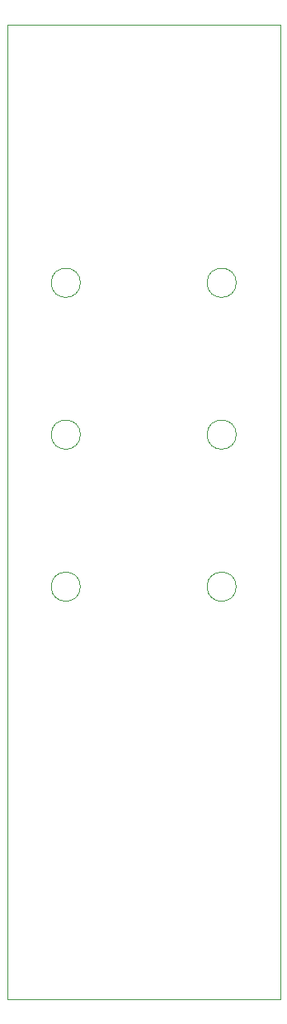
<source format=gm1>
%TF.GenerationSoftware,KiCad,Pcbnew,(6.0.1)*%
%TF.CreationDate,2022-11-02T12:22:22-04:00*%
%TF.ProjectId,ER-MIDI-CV4-02_CTLS,45522d4d-4944-4492-9d43-56342d30325f,1*%
%TF.SameCoordinates,Original*%
%TF.FileFunction,Profile,NP*%
%FSLAX46Y46*%
G04 Gerber Fmt 4.6, Leading zero omitted, Abs format (unit mm)*
G04 Created by KiCad (PCBNEW (6.0.1)) date 2022-11-02 12:22:22*
%MOMM*%
%LPD*%
G01*
G04 APERTURE LIST*
%TA.AperFunction,Profile*%
%ADD10C,0.100000*%
%TD*%
G04 APERTURE END LIST*
D10*
X72500000Y-89680000D02*
G75*
G03*
X72500000Y-89680000I-1500000J0D01*
G01*
X72500000Y-58500000D02*
G75*
G03*
X72500000Y-58500000I-1500000J0D01*
G01*
X65000000Y-32000000D02*
X93000000Y-32000000D01*
X93000000Y-32000000D02*
X93000000Y-132000000D01*
X93000000Y-132000000D02*
X65000000Y-132000000D01*
X65000000Y-132000000D02*
X65000000Y-32000000D01*
X88500000Y-58500000D02*
G75*
G03*
X88500000Y-58500000I-1500000J0D01*
G01*
X88500000Y-89680000D02*
G75*
G03*
X88500000Y-89680000I-1500000J0D01*
G01*
X72500000Y-74080000D02*
G75*
G03*
X72500000Y-74080000I-1500000J0D01*
G01*
X88500000Y-74080000D02*
G75*
G03*
X88500000Y-74080000I-1500000J0D01*
G01*
M02*

</source>
